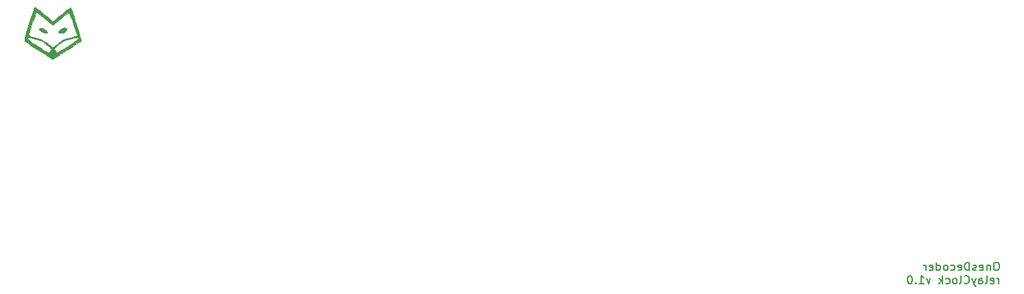
<source format=gbo>
G04 #@! TF.FileFunction,Legend,Bot*
%FSLAX46Y46*%
G04 Gerber Fmt 4.6, Leading zero omitted, Abs format (unit mm)*
G04 Created by KiCad (PCBNEW 4.0.4+e1-6308~48~ubuntu16.04.1-stable) date Mon Jan 22 21:19:12 2018*
%MOMM*%
%LPD*%
G01*
G04 APERTURE LIST*
%ADD10C,0.100000*%
%ADD11C,0.150000*%
%ADD12C,0.010000*%
G04 APERTURE END LIST*
D10*
D11*
X245316429Y-138962381D02*
X245125952Y-138962381D01*
X245030714Y-139010000D01*
X244935476Y-139105238D01*
X244887857Y-139295714D01*
X244887857Y-139629048D01*
X244935476Y-139819524D01*
X245030714Y-139914762D01*
X245125952Y-139962381D01*
X245316429Y-139962381D01*
X245411667Y-139914762D01*
X245506905Y-139819524D01*
X245554524Y-139629048D01*
X245554524Y-139295714D01*
X245506905Y-139105238D01*
X245411667Y-139010000D01*
X245316429Y-138962381D01*
X244459286Y-139295714D02*
X244459286Y-139962381D01*
X244459286Y-139390952D02*
X244411667Y-139343333D01*
X244316429Y-139295714D01*
X244173571Y-139295714D01*
X244078333Y-139343333D01*
X244030714Y-139438571D01*
X244030714Y-139962381D01*
X243173571Y-139914762D02*
X243268809Y-139962381D01*
X243459286Y-139962381D01*
X243554524Y-139914762D01*
X243602143Y-139819524D01*
X243602143Y-139438571D01*
X243554524Y-139343333D01*
X243459286Y-139295714D01*
X243268809Y-139295714D01*
X243173571Y-139343333D01*
X243125952Y-139438571D01*
X243125952Y-139533810D01*
X243602143Y-139629048D01*
X242745000Y-139914762D02*
X242649762Y-139962381D01*
X242459286Y-139962381D01*
X242364047Y-139914762D01*
X242316428Y-139819524D01*
X242316428Y-139771905D01*
X242364047Y-139676667D01*
X242459286Y-139629048D01*
X242602143Y-139629048D01*
X242697381Y-139581429D01*
X242745000Y-139486190D01*
X242745000Y-139438571D01*
X242697381Y-139343333D01*
X242602143Y-139295714D01*
X242459286Y-139295714D01*
X242364047Y-139343333D01*
X241887857Y-139962381D02*
X241887857Y-138962381D01*
X241649762Y-138962381D01*
X241506904Y-139010000D01*
X241411666Y-139105238D01*
X241364047Y-139200476D01*
X241316428Y-139390952D01*
X241316428Y-139533810D01*
X241364047Y-139724286D01*
X241411666Y-139819524D01*
X241506904Y-139914762D01*
X241649762Y-139962381D01*
X241887857Y-139962381D01*
X240506904Y-139914762D02*
X240602142Y-139962381D01*
X240792619Y-139962381D01*
X240887857Y-139914762D01*
X240935476Y-139819524D01*
X240935476Y-139438571D01*
X240887857Y-139343333D01*
X240792619Y-139295714D01*
X240602142Y-139295714D01*
X240506904Y-139343333D01*
X240459285Y-139438571D01*
X240459285Y-139533810D01*
X240935476Y-139629048D01*
X239602142Y-139914762D02*
X239697380Y-139962381D01*
X239887857Y-139962381D01*
X239983095Y-139914762D01*
X240030714Y-139867143D01*
X240078333Y-139771905D01*
X240078333Y-139486190D01*
X240030714Y-139390952D01*
X239983095Y-139343333D01*
X239887857Y-139295714D01*
X239697380Y-139295714D01*
X239602142Y-139343333D01*
X239030714Y-139962381D02*
X239125952Y-139914762D01*
X239173571Y-139867143D01*
X239221190Y-139771905D01*
X239221190Y-139486190D01*
X239173571Y-139390952D01*
X239125952Y-139343333D01*
X239030714Y-139295714D01*
X238887856Y-139295714D01*
X238792618Y-139343333D01*
X238744999Y-139390952D01*
X238697380Y-139486190D01*
X238697380Y-139771905D01*
X238744999Y-139867143D01*
X238792618Y-139914762D01*
X238887856Y-139962381D01*
X239030714Y-139962381D01*
X237840237Y-139962381D02*
X237840237Y-138962381D01*
X237840237Y-139914762D02*
X237935475Y-139962381D01*
X238125952Y-139962381D01*
X238221190Y-139914762D01*
X238268809Y-139867143D01*
X238316428Y-139771905D01*
X238316428Y-139486190D01*
X238268809Y-139390952D01*
X238221190Y-139343333D01*
X238125952Y-139295714D01*
X237935475Y-139295714D01*
X237840237Y-139343333D01*
X236983094Y-139914762D02*
X237078332Y-139962381D01*
X237268809Y-139962381D01*
X237364047Y-139914762D01*
X237411666Y-139819524D01*
X237411666Y-139438571D01*
X237364047Y-139343333D01*
X237268809Y-139295714D01*
X237078332Y-139295714D01*
X236983094Y-139343333D01*
X236935475Y-139438571D01*
X236935475Y-139533810D01*
X237411666Y-139629048D01*
X236506904Y-139962381D02*
X236506904Y-139295714D01*
X236506904Y-139486190D02*
X236459285Y-139390952D01*
X236411666Y-139343333D01*
X236316428Y-139295714D01*
X236221189Y-139295714D01*
X245506905Y-141612381D02*
X245506905Y-140945714D01*
X245506905Y-141136190D02*
X245459286Y-141040952D01*
X245411667Y-140993333D01*
X245316429Y-140945714D01*
X245221190Y-140945714D01*
X244506904Y-141564762D02*
X244602142Y-141612381D01*
X244792619Y-141612381D01*
X244887857Y-141564762D01*
X244935476Y-141469524D01*
X244935476Y-141088571D01*
X244887857Y-140993333D01*
X244792619Y-140945714D01*
X244602142Y-140945714D01*
X244506904Y-140993333D01*
X244459285Y-141088571D01*
X244459285Y-141183810D01*
X244935476Y-141279048D01*
X243887857Y-141612381D02*
X243983095Y-141564762D01*
X244030714Y-141469524D01*
X244030714Y-140612381D01*
X243078332Y-141612381D02*
X243078332Y-141088571D01*
X243125951Y-140993333D01*
X243221189Y-140945714D01*
X243411666Y-140945714D01*
X243506904Y-140993333D01*
X243078332Y-141564762D02*
X243173570Y-141612381D01*
X243411666Y-141612381D01*
X243506904Y-141564762D01*
X243554523Y-141469524D01*
X243554523Y-141374286D01*
X243506904Y-141279048D01*
X243411666Y-141231429D01*
X243173570Y-141231429D01*
X243078332Y-141183810D01*
X242697380Y-140945714D02*
X242459285Y-141612381D01*
X242221189Y-140945714D02*
X242459285Y-141612381D01*
X242554523Y-141850476D01*
X242602142Y-141898095D01*
X242697380Y-141945714D01*
X241268808Y-141517143D02*
X241316427Y-141564762D01*
X241459284Y-141612381D01*
X241554522Y-141612381D01*
X241697380Y-141564762D01*
X241792618Y-141469524D01*
X241840237Y-141374286D01*
X241887856Y-141183810D01*
X241887856Y-141040952D01*
X241840237Y-140850476D01*
X241792618Y-140755238D01*
X241697380Y-140660000D01*
X241554522Y-140612381D01*
X241459284Y-140612381D01*
X241316427Y-140660000D01*
X241268808Y-140707619D01*
X240697380Y-141612381D02*
X240792618Y-141564762D01*
X240840237Y-141469524D01*
X240840237Y-140612381D01*
X240173570Y-141612381D02*
X240268808Y-141564762D01*
X240316427Y-141517143D01*
X240364046Y-141421905D01*
X240364046Y-141136190D01*
X240316427Y-141040952D01*
X240268808Y-140993333D01*
X240173570Y-140945714D01*
X240030712Y-140945714D01*
X239935474Y-140993333D01*
X239887855Y-141040952D01*
X239840236Y-141136190D01*
X239840236Y-141421905D01*
X239887855Y-141517143D01*
X239935474Y-141564762D01*
X240030712Y-141612381D01*
X240173570Y-141612381D01*
X238983093Y-141564762D02*
X239078331Y-141612381D01*
X239268808Y-141612381D01*
X239364046Y-141564762D01*
X239411665Y-141517143D01*
X239459284Y-141421905D01*
X239459284Y-141136190D01*
X239411665Y-141040952D01*
X239364046Y-140993333D01*
X239268808Y-140945714D01*
X239078331Y-140945714D01*
X238983093Y-140993333D01*
X238554522Y-141612381D02*
X238554522Y-140612381D01*
X238459284Y-141231429D02*
X238173569Y-141612381D01*
X238173569Y-140945714D02*
X238554522Y-141326667D01*
X237078331Y-140945714D02*
X236840236Y-141612381D01*
X236602140Y-140945714D01*
X235697378Y-141612381D02*
X236268807Y-141612381D01*
X235983093Y-141612381D02*
X235983093Y-140612381D01*
X236078331Y-140755238D01*
X236173569Y-140850476D01*
X236268807Y-140898095D01*
X235268807Y-141517143D02*
X235221188Y-141564762D01*
X235268807Y-141612381D01*
X235316426Y-141564762D01*
X235268807Y-141517143D01*
X235268807Y-141612381D01*
X234602141Y-140612381D02*
X234506902Y-140612381D01*
X234411664Y-140660000D01*
X234364045Y-140707619D01*
X234316426Y-140802857D01*
X234268807Y-140993333D01*
X234268807Y-141231429D01*
X234316426Y-141421905D01*
X234364045Y-141517143D01*
X234411664Y-141564762D01*
X234506902Y-141612381D01*
X234602141Y-141612381D01*
X234697379Y-141564762D01*
X234744998Y-141517143D01*
X234792617Y-141421905D01*
X234840236Y-141231429D01*
X234840236Y-140993333D01*
X234792617Y-140802857D01*
X234744998Y-140707619D01*
X234697379Y-140660000D01*
X234602141Y-140612381D01*
D12*
G36*
X126416767Y-107435991D02*
X126334826Y-107653239D01*
X126216280Y-107988838D01*
X126068592Y-108421315D01*
X125899226Y-108929194D01*
X125744479Y-109402025D01*
X125536952Y-110046907D01*
X125380004Y-110549441D01*
X125269083Y-110927385D01*
X125199633Y-111198497D01*
X125167101Y-111380537D01*
X125166932Y-111491261D01*
X125194146Y-111548038D01*
X125289713Y-111617408D01*
X125499871Y-111759307D01*
X125800809Y-111958369D01*
X126168719Y-112199226D01*
X126579792Y-112466511D01*
X127010216Y-112744858D01*
X127436184Y-113018899D01*
X127833886Y-113273268D01*
X128179511Y-113492596D01*
X128449251Y-113661518D01*
X128619297Y-113764667D01*
X128667215Y-113789614D01*
X128742439Y-113744795D01*
X128939642Y-113620224D01*
X129238966Y-113428646D01*
X129620550Y-113182803D01*
X130064536Y-112895439D01*
X130382260Y-112689121D01*
X130860761Y-112376910D01*
X131293180Y-112092675D01*
X131658777Y-111850218D01*
X131936809Y-111663345D01*
X132106535Y-111545859D01*
X132148608Y-111513592D01*
X132140828Y-111419750D01*
X132095984Y-111230833D01*
X131782682Y-111230833D01*
X131707901Y-111340514D01*
X131485806Y-111528605D01*
X131118377Y-111793608D01*
X130607592Y-112134024D01*
X130491515Y-112209025D01*
X129201333Y-113039050D01*
X129010833Y-112818137D01*
X128881896Y-112649441D01*
X128827969Y-112545438D01*
X128481667Y-112545438D01*
X128428278Y-112667825D01*
X128300741Y-112830673D01*
X128234213Y-112903416D01*
X128175039Y-112951717D01*
X128102803Y-112966609D01*
X127997087Y-112939125D01*
X127837473Y-112860298D01*
X127603545Y-112721161D01*
X127274884Y-112512747D01*
X126831073Y-112226088D01*
X126634006Y-112098667D01*
X126146687Y-111773992D01*
X125795411Y-111517986D01*
X125584805Y-111334253D01*
X125519237Y-111230833D01*
X125541866Y-111105000D01*
X125567727Y-111082667D01*
X125690565Y-111103770D01*
X125929088Y-111158873D01*
X126236102Y-111235666D01*
X126564414Y-111321840D01*
X126866830Y-111405086D01*
X127096157Y-111473093D01*
X127189329Y-111505631D01*
X127361137Y-111602635D01*
X127596948Y-111765834D01*
X127860610Y-111966142D01*
X128115973Y-112174471D01*
X128326886Y-112361735D01*
X128457199Y-112498847D01*
X128481667Y-112545438D01*
X128827969Y-112545438D01*
X128821047Y-112532089D01*
X128820333Y-112525007D01*
X128881835Y-112448403D01*
X129042214Y-112299643D01*
X129265288Y-112108706D01*
X129514871Y-111905571D01*
X129754778Y-111720218D01*
X129948824Y-111582625D01*
X129986434Y-111558896D01*
X130116611Y-111506810D01*
X130363577Y-111427223D01*
X130679789Y-111333490D01*
X131017707Y-111238968D01*
X131329787Y-111157013D01*
X131568488Y-111100983D01*
X131677833Y-111083718D01*
X131766920Y-111152270D01*
X131782682Y-111230833D01*
X132095984Y-111230833D01*
X132086818Y-111192220D01*
X132007050Y-110901575D01*
X131682167Y-110901575D01*
X130865084Y-111097922D01*
X130465603Y-111200735D01*
X130167307Y-111302779D01*
X129908746Y-111433683D01*
X129628471Y-111623079D01*
X129370667Y-111818537D01*
X129084371Y-112038575D01*
X128852072Y-112214173D01*
X128703414Y-112323094D01*
X128665185Y-112347735D01*
X128590657Y-112301549D01*
X128413024Y-112173292D01*
X128162592Y-111985179D01*
X127987852Y-111851167D01*
X127658234Y-111606244D01*
X127385870Y-111437101D01*
X127108347Y-111313728D01*
X126763255Y-111206114D01*
X126506344Y-111138789D01*
X126155974Y-111047905D01*
X125873789Y-110970710D01*
X125695598Y-110917234D01*
X125652032Y-110899455D01*
X125665844Y-110809217D01*
X125725278Y-110591235D01*
X125820118Y-110276440D01*
X125940142Y-109895761D01*
X126075134Y-109480130D01*
X126214873Y-109060476D01*
X126349141Y-108667732D01*
X126467720Y-108332827D01*
X126560389Y-108086692D01*
X126616930Y-107960257D01*
X126626478Y-107950000D01*
X126709676Y-108002063D01*
X126896762Y-108145309D01*
X127163397Y-108360329D01*
X127485240Y-108627709D01*
X127635000Y-108754333D01*
X127973112Y-109038298D01*
X128266477Y-109278277D01*
X128490764Y-109454860D01*
X128621644Y-109548636D01*
X128643178Y-109558667D01*
X128726348Y-109506811D01*
X128913895Y-109364063D01*
X129181560Y-109149655D01*
X129505084Y-108882815D01*
X129663831Y-108749573D01*
X130003421Y-108470675D01*
X130298604Y-108242670D01*
X130525412Y-108082957D01*
X130659874Y-108008937D01*
X130684393Y-108008740D01*
X130729978Y-108107957D01*
X130818117Y-108340783D01*
X130938996Y-108679797D01*
X131082804Y-109097573D01*
X131214136Y-109489287D01*
X131682167Y-110901575D01*
X132007050Y-110901575D01*
X131994978Y-110857591D01*
X131873705Y-110442454D01*
X131731398Y-109973401D01*
X131576456Y-109477021D01*
X131417276Y-108979907D01*
X131262257Y-108508647D01*
X131119797Y-108089834D01*
X130998294Y-107750057D01*
X130906147Y-107515908D01*
X130854717Y-107416858D01*
X130773253Y-107446050D01*
X130587030Y-107569927D01*
X130318721Y-107771663D01*
X129991001Y-108034435D01*
X129743458Y-108241376D01*
X129388364Y-108540902D01*
X129079324Y-108797609D01*
X128838791Y-108993162D01*
X128689220Y-109109227D01*
X128651000Y-109133393D01*
X128575322Y-109081585D01*
X128393187Y-108938313D01*
X128127118Y-108721832D01*
X127799638Y-108450394D01*
X127555306Y-108245375D01*
X127198741Y-107947171D01*
X126887905Y-107691756D01*
X126645439Y-107497372D01*
X126493985Y-107382261D01*
X126454640Y-107358570D01*
X126416767Y-107435991D01*
X126416767Y-107435991D01*
G37*
X126416767Y-107435991D02*
X126334826Y-107653239D01*
X126216280Y-107988838D01*
X126068592Y-108421315D01*
X125899226Y-108929194D01*
X125744479Y-109402025D01*
X125536952Y-110046907D01*
X125380004Y-110549441D01*
X125269083Y-110927385D01*
X125199633Y-111198497D01*
X125167101Y-111380537D01*
X125166932Y-111491261D01*
X125194146Y-111548038D01*
X125289713Y-111617408D01*
X125499871Y-111759307D01*
X125800809Y-111958369D01*
X126168719Y-112199226D01*
X126579792Y-112466511D01*
X127010216Y-112744858D01*
X127436184Y-113018899D01*
X127833886Y-113273268D01*
X128179511Y-113492596D01*
X128449251Y-113661518D01*
X128619297Y-113764667D01*
X128667215Y-113789614D01*
X128742439Y-113744795D01*
X128939642Y-113620224D01*
X129238966Y-113428646D01*
X129620550Y-113182803D01*
X130064536Y-112895439D01*
X130382260Y-112689121D01*
X130860761Y-112376910D01*
X131293180Y-112092675D01*
X131658777Y-111850218D01*
X131936809Y-111663345D01*
X132106535Y-111545859D01*
X132148608Y-111513592D01*
X132140828Y-111419750D01*
X132095984Y-111230833D01*
X131782682Y-111230833D01*
X131707901Y-111340514D01*
X131485806Y-111528605D01*
X131118377Y-111793608D01*
X130607592Y-112134024D01*
X130491515Y-112209025D01*
X129201333Y-113039050D01*
X129010833Y-112818137D01*
X128881896Y-112649441D01*
X128827969Y-112545438D01*
X128481667Y-112545438D01*
X128428278Y-112667825D01*
X128300741Y-112830673D01*
X128234213Y-112903416D01*
X128175039Y-112951717D01*
X128102803Y-112966609D01*
X127997087Y-112939125D01*
X127837473Y-112860298D01*
X127603545Y-112721161D01*
X127274884Y-112512747D01*
X126831073Y-112226088D01*
X126634006Y-112098667D01*
X126146687Y-111773992D01*
X125795411Y-111517986D01*
X125584805Y-111334253D01*
X125519237Y-111230833D01*
X125541866Y-111105000D01*
X125567727Y-111082667D01*
X125690565Y-111103770D01*
X125929088Y-111158873D01*
X126236102Y-111235666D01*
X126564414Y-111321840D01*
X126866830Y-111405086D01*
X127096157Y-111473093D01*
X127189329Y-111505631D01*
X127361137Y-111602635D01*
X127596948Y-111765834D01*
X127860610Y-111966142D01*
X128115973Y-112174471D01*
X128326886Y-112361735D01*
X128457199Y-112498847D01*
X128481667Y-112545438D01*
X128827969Y-112545438D01*
X128821047Y-112532089D01*
X128820333Y-112525007D01*
X128881835Y-112448403D01*
X129042214Y-112299643D01*
X129265288Y-112108706D01*
X129514871Y-111905571D01*
X129754778Y-111720218D01*
X129948824Y-111582625D01*
X129986434Y-111558896D01*
X130116611Y-111506810D01*
X130363577Y-111427223D01*
X130679789Y-111333490D01*
X131017707Y-111238968D01*
X131329787Y-111157013D01*
X131568488Y-111100983D01*
X131677833Y-111083718D01*
X131766920Y-111152270D01*
X131782682Y-111230833D01*
X132095984Y-111230833D01*
X132086818Y-111192220D01*
X132007050Y-110901575D01*
X131682167Y-110901575D01*
X130865084Y-111097922D01*
X130465603Y-111200735D01*
X130167307Y-111302779D01*
X129908746Y-111433683D01*
X129628471Y-111623079D01*
X129370667Y-111818537D01*
X129084371Y-112038575D01*
X128852072Y-112214173D01*
X128703414Y-112323094D01*
X128665185Y-112347735D01*
X128590657Y-112301549D01*
X128413024Y-112173292D01*
X128162592Y-111985179D01*
X127987852Y-111851167D01*
X127658234Y-111606244D01*
X127385870Y-111437101D01*
X127108347Y-111313728D01*
X126763255Y-111206114D01*
X126506344Y-111138789D01*
X126155974Y-111047905D01*
X125873789Y-110970710D01*
X125695598Y-110917234D01*
X125652032Y-110899455D01*
X125665844Y-110809217D01*
X125725278Y-110591235D01*
X125820118Y-110276440D01*
X125940142Y-109895761D01*
X126075134Y-109480130D01*
X126214873Y-109060476D01*
X126349141Y-108667732D01*
X126467720Y-108332827D01*
X126560389Y-108086692D01*
X126616930Y-107960257D01*
X126626478Y-107950000D01*
X126709676Y-108002063D01*
X126896762Y-108145309D01*
X127163397Y-108360329D01*
X127485240Y-108627709D01*
X127635000Y-108754333D01*
X127973112Y-109038298D01*
X128266477Y-109278277D01*
X128490764Y-109454860D01*
X128621644Y-109548636D01*
X128643178Y-109558667D01*
X128726348Y-109506811D01*
X128913895Y-109364063D01*
X129181560Y-109149655D01*
X129505084Y-108882815D01*
X129663831Y-108749573D01*
X130003421Y-108470675D01*
X130298604Y-108242670D01*
X130525412Y-108082957D01*
X130659874Y-108008937D01*
X130684393Y-108008740D01*
X130729978Y-108107957D01*
X130818117Y-108340783D01*
X130938996Y-108679797D01*
X131082804Y-109097573D01*
X131214136Y-109489287D01*
X131682167Y-110901575D01*
X132007050Y-110901575D01*
X131994978Y-110857591D01*
X131873705Y-110442454D01*
X131731398Y-109973401D01*
X131576456Y-109477021D01*
X131417276Y-108979907D01*
X131262257Y-108508647D01*
X131119797Y-108089834D01*
X130998294Y-107750057D01*
X130906147Y-107515908D01*
X130854717Y-107416858D01*
X130773253Y-107446050D01*
X130587030Y-107569927D01*
X130318721Y-107771663D01*
X129991001Y-108034435D01*
X129743458Y-108241376D01*
X129388364Y-108540902D01*
X129079324Y-108797609D01*
X128838791Y-108993162D01*
X128689220Y-109109227D01*
X128651000Y-109133393D01*
X128575322Y-109081585D01*
X128393187Y-108938313D01*
X128127118Y-108721832D01*
X127799638Y-108450394D01*
X127555306Y-108245375D01*
X127198741Y-107947171D01*
X126887905Y-107691756D01*
X126645439Y-107497372D01*
X126493985Y-107382261D01*
X126454640Y-107358570D01*
X126416767Y-107435991D01*
G36*
X129938466Y-109948978D02*
X129739408Y-110076583D01*
X129537170Y-110239156D01*
X129383181Y-110395707D01*
X129328333Y-110498771D01*
X129400708Y-110548881D01*
X129574325Y-110566382D01*
X129783925Y-110549501D01*
X129921000Y-110514873D01*
X130074572Y-110425737D01*
X130237443Y-110296125D01*
X130361356Y-110148915D01*
X130350385Y-110034179D01*
X130332909Y-110010568D01*
X130171901Y-109912079D01*
X130082913Y-109897333D01*
X129938466Y-109948978D01*
X129938466Y-109948978D01*
G37*
X129938466Y-109948978D02*
X129739408Y-110076583D01*
X129537170Y-110239156D01*
X129383181Y-110395707D01*
X129328333Y-110498771D01*
X129400708Y-110548881D01*
X129574325Y-110566382D01*
X129783925Y-110549501D01*
X129921000Y-110514873D01*
X130074572Y-110425737D01*
X130237443Y-110296125D01*
X130361356Y-110148915D01*
X130350385Y-110034179D01*
X130332909Y-110010568D01*
X130171901Y-109912079D01*
X130082913Y-109897333D01*
X129938466Y-109948978D01*
G36*
X127058850Y-109983660D02*
X126968899Y-110086103D01*
X127024162Y-110234739D01*
X127227062Y-110402751D01*
X127442203Y-110502029D01*
X127671489Y-110562181D01*
X127863092Y-110575649D01*
X127965185Y-110534878D01*
X127970622Y-110511167D01*
X127919594Y-110409398D01*
X127797936Y-110240868D01*
X127771069Y-110207468D01*
X127528970Y-110008668D01*
X127290347Y-109953468D01*
X127058850Y-109983660D01*
X127058850Y-109983660D01*
G37*
X127058850Y-109983660D02*
X126968899Y-110086103D01*
X127024162Y-110234739D01*
X127227062Y-110402751D01*
X127442203Y-110502029D01*
X127671489Y-110562181D01*
X127863092Y-110575649D01*
X127965185Y-110534878D01*
X127970622Y-110511167D01*
X127919594Y-110409398D01*
X127797936Y-110240868D01*
X127771069Y-110207468D01*
X127528970Y-110008668D01*
X127290347Y-109953468D01*
X127058850Y-109983660D01*
M02*

</source>
